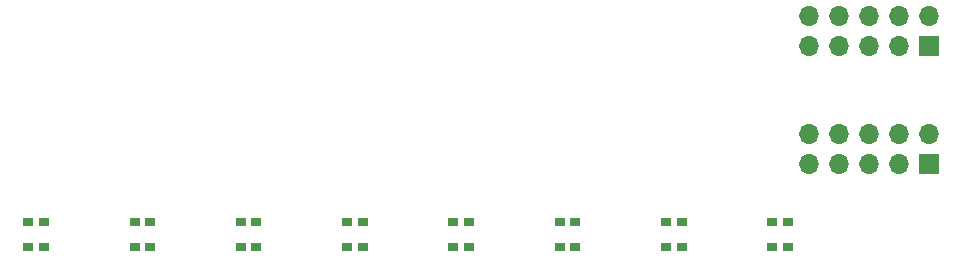
<source format=gts>
G04 #@! TF.GenerationSoftware,KiCad,Pcbnew,(5.1.6-0-10_14)*
G04 #@! TF.CreationDate,2020-08-11T10:19:13+09:00*
G04 #@! TF.ProjectId,qPCR-photoarray,71504352-2d70-4686-9f74-6f6172726179,rev?*
G04 #@! TF.SameCoordinates,Original*
G04 #@! TF.FileFunction,Soldermask,Top*
G04 #@! TF.FilePolarity,Negative*
%FSLAX46Y46*%
G04 Gerber Fmt 4.6, Leading zero omitted, Abs format (unit mm)*
G04 Created by KiCad (PCBNEW (5.1.6-0-10_14)) date 2020-08-11 10:19:13*
%MOMM*%
%LPD*%
G01*
G04 APERTURE LIST*
%ADD10R,1.700000X1.700000*%
%ADD11O,1.700000X1.700000*%
%ADD12R,0.900000X0.800000*%
G04 APERTURE END LIST*
D10*
G04 #@! TO.C,U2*
X193095000Y-102000000D03*
D11*
X193095000Y-99460000D03*
X190555000Y-102000000D03*
X190555000Y-99460000D03*
X188015000Y-102000000D03*
X188015000Y-99460000D03*
X185475000Y-102000000D03*
X185475000Y-99460000D03*
X182935000Y-102000000D03*
X182935000Y-99460000D03*
G04 #@! TD*
G04 #@! TO.C,U1*
X182935000Y-89460000D03*
X182935000Y-92000000D03*
X185475000Y-89460000D03*
X185475000Y-92000000D03*
X188015000Y-89460000D03*
X188015000Y-92000000D03*
X190555000Y-89460000D03*
X190555000Y-92000000D03*
X193095000Y-89460000D03*
D10*
X193095000Y-92000000D03*
G04 #@! TD*
D12*
G04 #@! TO.C,D1*
X116838900Y-109050000D03*
X116838900Y-106950000D03*
G04 #@! TD*
G04 #@! TO.C,D2*
X118161100Y-106950000D03*
X118161100Y-109050000D03*
G04 #@! TD*
G04 #@! TO.C,D3*
X125838900Y-109050000D03*
X125838900Y-106950000D03*
G04 #@! TD*
G04 #@! TO.C,D4*
X127161100Y-106950000D03*
X127161100Y-109050000D03*
G04 #@! TD*
G04 #@! TO.C,D5*
X134838900Y-109050000D03*
X134838900Y-106950000D03*
G04 #@! TD*
G04 #@! TO.C,D6*
X136161100Y-106950000D03*
X136161100Y-109050000D03*
G04 #@! TD*
G04 #@! TO.C,D7*
X143838900Y-109050000D03*
X143838900Y-106950000D03*
G04 #@! TD*
G04 #@! TO.C,D8*
X145161100Y-106950000D03*
X145161100Y-109050000D03*
G04 #@! TD*
G04 #@! TO.C,D9*
X152838900Y-109050000D03*
X152838900Y-106950000D03*
G04 #@! TD*
G04 #@! TO.C,D10*
X154161100Y-106950000D03*
X154161100Y-109050000D03*
G04 #@! TD*
G04 #@! TO.C,D11*
X161838900Y-109050000D03*
X161838900Y-106950000D03*
G04 #@! TD*
G04 #@! TO.C,D12*
X163161100Y-106950000D03*
X163161100Y-109050000D03*
G04 #@! TD*
G04 #@! TO.C,D13*
X170838900Y-109050000D03*
X170838900Y-106950000D03*
G04 #@! TD*
G04 #@! TO.C,D14*
X172161100Y-106950000D03*
X172161100Y-109050000D03*
G04 #@! TD*
G04 #@! TO.C,D15*
X179838900Y-106950000D03*
X179838900Y-109050000D03*
G04 #@! TD*
G04 #@! TO.C,D16*
X181161100Y-106950000D03*
X181161100Y-109050000D03*
G04 #@! TD*
M02*

</source>
